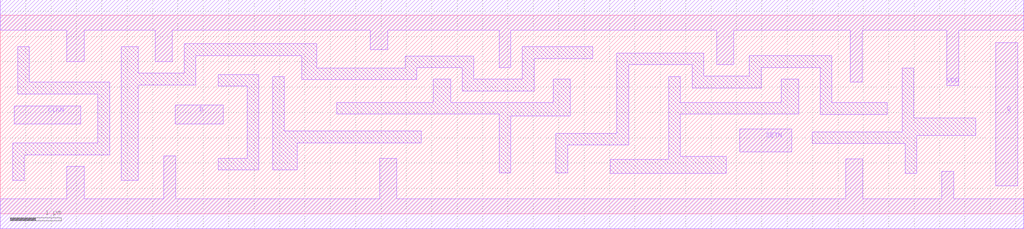
<source format=lef>
# Copyright 2022 GlobalFoundries PDK Authors
#
# Licensed under the Apache License, Version 2.0 (the "License");
# you may not use this file except in compliance with the License.
# You may obtain a copy of the License at
#
#      http://www.apache.org/licenses/LICENSE-2.0
#
# Unless required by applicable law or agreed to in writing, software
# distributed under the License is distributed on an "AS IS" BASIS,
# WITHOUT WARRANTIES OR CONDITIONS OF ANY KIND, either express or implied.
# See the License for the specific language governing permissions and
# limitations under the License.

MACRO gf180mcu_fd_sc_mcu7t5v0__dffnsnq_1
  CLASS core ;
  FOREIGN gf180mcu_fd_sc_mcu7t5v0__dffnsnq_1 0.0 0.0 ;
  ORIGIN 0 0 ;
  SYMMETRY X Y ;
  SITE GF018hv5v_mcu_sc7 ;
  SIZE 20.16 BY 3.92 ;
  PIN D
    DIRECTION INPUT ;
    ANTENNAGATEAREA 0.5305 ;
    PORT
      LAYER METAL1 ;
        POLYGON 3.45 1.77 4.39 1.77 4.39 2.15 3.45 2.15  ;
    END
  END D
  PIN SETN
    DIRECTION INPUT ;
    ANTENNAGATEAREA 1.1565 ;
    PORT
      LAYER METAL1 ;
        POLYGON 14.56 1.22 15.59 1.22 15.59 1.67 14.56 1.67  ;
    END
  END SETN
  PIN CLKN
    DIRECTION INPUT ;
    USE clock ;
    ANTENNAGATEAREA 0.794 ;
    PORT
      LAYER METAL1 ;
        POLYGON 0.28 1.77 1.59 1.77 1.59 2.13 0.28 2.13  ;
    END
  END CLKN
  PIN Q
    DIRECTION OUTPUT ;
    ANTENNADIFFAREA 0.8932 ;
    PORT
      LAYER METAL1 ;
        POLYGON 19.61 0.55 20.04 0.55 20.04 3.38 19.61 3.38  ;
    END
  END Q
  PIN VDD
    DIRECTION INOUT ;
    USE power ;
    SHAPE ABUTMENT ;
    PORT
      LAYER METAL1 ;
        POLYGON 0 3.62 1.31 3.62 1.31 3.005 1.65 3.005 1.65 3.62 2.155 3.62 3.05 3.62 3.05 3.005 3.39 3.005 3.39 3.62 7.29 3.62 7.29 3.24 7.63 3.24 7.63 3.62 9.825 3.62 9.825 2.885 10.055 2.885 10.055 3.62 11.67 3.62 14.11 3.62 14.11 2.945 14.45 2.945 14.45 3.62 16.745 3.62 16.745 2.6 16.975 2.6 16.975 3.62 17.47 3.62 18.645 3.62 18.645 2.53 18.875 2.53 18.875 3.62 19.215 3.62 20.16 3.62 20.16 4.22 19.215 4.22 17.47 4.22 11.67 4.22 2.155 4.22 0 4.22  ;
    END
  END VDD
  PIN VSS
    DIRECTION INOUT ;
    USE ground ;
    SHAPE ABUTMENT ;
    PORT
      LAYER METAL1 ;
        POLYGON 0 -0.3 20.16 -0.3 20.16 0.3 18.775 0.3 18.775 0.835 18.545 0.835 18.545 0.3 16.99 0.3 16.99 1.08 16.65 1.08 16.65 0.3 7.81 0.3 7.81 1.09 7.47 1.09 7.47 0.3 3.455 0.3 3.455 1.145 3.225 1.145 3.225 0.3 1.65 0.3 1.65 0.935 1.31 0.935 1.31 0.3 0 0.3  ;
    END
  END VSS
  OBS
      LAYER METAL1 ;
        POLYGON 0.345 2.36 1.925 2.36 1.925 1.395 0.245 1.395 0.245 0.66 0.475 0.66 0.475 1.165 2.155 1.165 2.155 2.595 0.575 2.595 0.575 3.3 0.345 3.3  ;
        POLYGON 4.29 2.52 4.86 2.52 4.86 1.095 4.29 1.095 4.29 0.865 5.09 0.865 5.09 2.75 4.29 2.75  ;
        POLYGON 5.365 0.865 5.85 0.865 5.85 1.395 8.29 1.395 8.29 1.63 5.595 1.63 5.595 2.71 5.365 2.71  ;
        POLYGON 6.63 1.965 9.825 1.965 9.825 0.81 10.055 0.81 10.055 1.93 11.23 1.93 11.23 2.655 10.89 2.655 10.89 2.195 8.87 2.195 8.87 2.655 8.53 2.655 8.53 2.195 6.63 2.195  ;
        POLYGON 2.385 0.66 2.715 0.66 2.715 2.545 3.85 2.545 3.85 3.12 5.94 3.12 5.94 2.65 8.205 2.65 8.205 2.885 9.1 2.885 9.1 2.425 10.515 2.425 10.515 3.065 11.67 3.065 11.67 3.295 10.285 3.295 10.285 2.655 9.33 2.655 9.33 3.115 7.975 3.115 7.975 2.88 6.23 2.88 6.23 3.36 3.62 3.36 3.62 2.775 2.715 2.775 2.715 3.3 2.385 3.3  ;
        POLYGON 13.395 1.965 15.73 1.965 15.73 2.655 15.38 2.655 15.38 2.195 13.395 2.195 13.395 2.71 13.165 2.71 13.165 1.075 12.01 1.075 12.01 0.795 14.295 0.795 14.295 1.135 13.395 1.135  ;
        POLYGON 10.945 0.81 11.175 0.81 11.175 1.355 12.375 1.355 12.375 2.94 13.625 2.94 13.625 2.48 14.985 2.48 14.985 2.885 16.15 2.885 16.15 1.96 17.47 1.96 17.47 2.195 16.38 2.195 16.38 3.12 14.755 3.12 14.755 2.715 13.855 2.715 13.855 3.175 12.145 3.175 12.145 1.585 10.945 1.585  ;
        POLYGON 15.99 1.385 17.825 1.385 17.825 0.795 18.055 0.795 18.055 1.545 19.215 1.545 19.215 1.895 17.995 1.895 17.995 2.875 17.765 2.875 17.765 1.615 15.99 1.615  ;
  END
END gf180mcu_fd_sc_mcu7t5v0__dffnsnq_1

</source>
